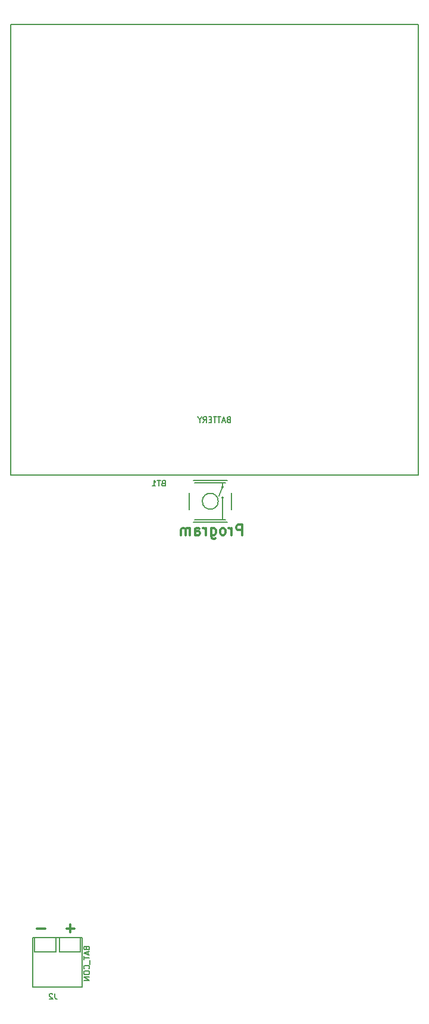
<source format=gbo>
G04 #@! TF.GenerationSoftware,KiCad,Pcbnew,(5.0.1)-4*
G04 #@! TF.CreationDate,2019-01-15T19:26:54-05:00*
G04 #@! TF.ProjectId,CA6,4341362E6B696361645F706362000000,rev?*
G04 #@! TF.SameCoordinates,Original*
G04 #@! TF.FileFunction,Legend,Bot*
G04 #@! TF.FilePolarity,Positive*
%FSLAX46Y46*%
G04 Gerber Fmt 4.6, Leading zero omitted, Abs format (unit mm)*
G04 Created by KiCad (PCBNEW (5.0.1)-4) date 1/15/2019 7:26:54 PM*
%MOMM*%
%LPD*%
G01*
G04 APERTURE LIST*
%ADD10C,0.299720*%
%ADD11C,0.150000*%
%ADD12C,0.149860*%
G04 APERTURE END LIST*
D10*
X80130454Y-114169087D02*
X80130454Y-112667947D01*
X79558591Y-112667947D01*
X79415625Y-112739430D01*
X79344142Y-112810912D01*
X79272660Y-112953878D01*
X79272660Y-113168327D01*
X79344142Y-113311292D01*
X79415625Y-113382775D01*
X79558591Y-113454258D01*
X80130454Y-113454258D01*
X78629314Y-114169087D02*
X78629314Y-113168327D01*
X78629314Y-113454258D02*
X78557831Y-113311292D01*
X78486348Y-113239810D01*
X78343382Y-113168327D01*
X78200417Y-113168327D01*
X77485588Y-114169087D02*
X77628554Y-114097604D01*
X77700037Y-114026121D01*
X77771520Y-113883155D01*
X77771520Y-113454258D01*
X77700037Y-113311292D01*
X77628554Y-113239810D01*
X77485588Y-113168327D01*
X77271140Y-113168327D01*
X77128174Y-113239810D01*
X77056691Y-113311292D01*
X76985208Y-113454258D01*
X76985208Y-113883155D01*
X77056691Y-114026121D01*
X77128174Y-114097604D01*
X77271140Y-114169087D01*
X77485588Y-114169087D01*
X75698517Y-113168327D02*
X75698517Y-114383535D01*
X75770000Y-114526501D01*
X75841482Y-114597984D01*
X75984448Y-114669467D01*
X76198897Y-114669467D01*
X76341862Y-114597984D01*
X75698517Y-114097604D02*
X75841482Y-114169087D01*
X76127414Y-114169087D01*
X76270380Y-114097604D01*
X76341862Y-114026121D01*
X76413345Y-113883155D01*
X76413345Y-113454258D01*
X76341862Y-113311292D01*
X76270380Y-113239810D01*
X76127414Y-113168327D01*
X75841482Y-113168327D01*
X75698517Y-113239810D01*
X74983688Y-114169087D02*
X74983688Y-113168327D01*
X74983688Y-113454258D02*
X74912205Y-113311292D01*
X74840722Y-113239810D01*
X74697757Y-113168327D01*
X74554791Y-113168327D01*
X73411065Y-114169087D02*
X73411065Y-113382775D01*
X73482548Y-113239810D01*
X73625514Y-113168327D01*
X73911445Y-113168327D01*
X74054411Y-113239810D01*
X73411065Y-114097604D02*
X73554031Y-114169087D01*
X73911445Y-114169087D01*
X74054411Y-114097604D01*
X74125894Y-113954638D01*
X74125894Y-113811672D01*
X74054411Y-113668707D01*
X73911445Y-113597224D01*
X73554031Y-113597224D01*
X73411065Y-113525741D01*
X72696237Y-114169087D02*
X72696237Y-113168327D01*
X72696237Y-113311292D02*
X72624754Y-113239810D01*
X72481788Y-113168327D01*
X72267340Y-113168327D01*
X72124374Y-113239810D01*
X72052891Y-113382775D01*
X72052891Y-114169087D01*
X72052891Y-113382775D02*
X71981408Y-113239810D01*
X71838442Y-113168327D01*
X71623994Y-113168327D01*
X71481028Y-113239810D01*
X71409545Y-113382775D01*
X71409545Y-114169087D01*
X56279142Y-170033224D02*
X55118000Y-170033224D01*
X55698571Y-170605087D02*
X55698571Y-169461361D01*
X52070000Y-170033224D02*
X50908857Y-170033224D01*
D11*
G04 #@! TO.C,BT1*
X47200000Y-41660000D02*
X47200000Y-105660000D01*
X47200000Y-105660000D02*
X105200000Y-105660000D01*
X105200000Y-105660000D02*
X105200000Y-41660000D01*
X105200000Y-41660000D02*
X47200000Y-41660000D01*
D12*
G04 #@! TO.C,J2*
X54098000Y-171360000D02*
X54098000Y-173360000D01*
X54098000Y-173360000D02*
X57098000Y-173360000D01*
X57098000Y-173360000D02*
X57098000Y-171360000D01*
X50598000Y-171360000D02*
X50598000Y-173360000D01*
X50598000Y-173360000D02*
X53598000Y-173360000D01*
X53598000Y-173360000D02*
X53598000Y-171360000D01*
X50348000Y-178360000D02*
X57348000Y-178360000D01*
X57348000Y-178360000D02*
X57348000Y-171360000D01*
X57348000Y-171360000D02*
X50348000Y-171360000D01*
X50348000Y-171360000D02*
X50348000Y-178360000D01*
G04 #@! TO.C,SW4*
X77790000Y-111950000D02*
X73390000Y-111950000D01*
X77790000Y-106750000D02*
X73390000Y-106750000D01*
X76721371Y-109350000D02*
G75*
G03X76721371Y-109350000I-1131371J0D01*
G01*
X72590000Y-110550000D02*
X72590000Y-108150000D01*
X77990000Y-112350000D02*
X73190000Y-112350000D01*
X78590000Y-108150000D02*
X78590000Y-110550000D01*
X73190000Y-106350000D02*
X77990000Y-106350000D01*
X77443592Y-107318000D02*
G75*
G03X77443592Y-107318000I-113592J0D01*
G01*
X77473684Y-108842000D02*
G75*
G03X77473684Y-108842000I-143684J0D01*
G01*
X77330000Y-107318000D02*
X76822000Y-108588000D01*
X77330000Y-106810000D02*
X77330000Y-107318000D01*
X77330000Y-111890000D02*
X77330000Y-108842000D01*
G04 #@! TO.C,BT1*
D11*
X68908571Y-106772857D02*
X68794285Y-106810952D01*
X68756190Y-106849047D01*
X68718095Y-106925238D01*
X68718095Y-107039523D01*
X68756190Y-107115714D01*
X68794285Y-107153809D01*
X68870476Y-107191904D01*
X69175238Y-107191904D01*
X69175238Y-106391904D01*
X68908571Y-106391904D01*
X68832380Y-106430000D01*
X68794285Y-106468095D01*
X68756190Y-106544285D01*
X68756190Y-106620476D01*
X68794285Y-106696666D01*
X68832380Y-106734761D01*
X68908571Y-106772857D01*
X69175238Y-106772857D01*
X68489523Y-106391904D02*
X68032380Y-106391904D01*
X68260952Y-107191904D02*
X68260952Y-106391904D01*
X67346666Y-107191904D02*
X67803809Y-107191904D01*
X67575238Y-107191904D02*
X67575238Y-106391904D01*
X67651428Y-106506190D01*
X67727619Y-106582380D01*
X67803809Y-106620476D01*
X78200000Y-97732857D02*
X78085714Y-97770952D01*
X78047619Y-97809047D01*
X78009523Y-97885238D01*
X78009523Y-97999523D01*
X78047619Y-98075714D01*
X78085714Y-98113809D01*
X78161904Y-98151904D01*
X78466666Y-98151904D01*
X78466666Y-97351904D01*
X78200000Y-97351904D01*
X78123809Y-97390000D01*
X78085714Y-97428095D01*
X78047619Y-97504285D01*
X78047619Y-97580476D01*
X78085714Y-97656666D01*
X78123809Y-97694761D01*
X78200000Y-97732857D01*
X78466666Y-97732857D01*
X77704761Y-97923333D02*
X77323809Y-97923333D01*
X77780952Y-98151904D02*
X77514285Y-97351904D01*
X77247619Y-98151904D01*
X77095238Y-97351904D02*
X76638095Y-97351904D01*
X76866666Y-98151904D02*
X76866666Y-97351904D01*
X76485714Y-97351904D02*
X76028571Y-97351904D01*
X76257142Y-98151904D02*
X76257142Y-97351904D01*
X75761904Y-97732857D02*
X75495238Y-97732857D01*
X75380952Y-98151904D02*
X75761904Y-98151904D01*
X75761904Y-97351904D01*
X75380952Y-97351904D01*
X74580952Y-98151904D02*
X74847619Y-97770952D01*
X75038095Y-98151904D02*
X75038095Y-97351904D01*
X74733333Y-97351904D01*
X74657142Y-97390000D01*
X74619047Y-97428095D01*
X74580952Y-97504285D01*
X74580952Y-97618571D01*
X74619047Y-97694761D01*
X74657142Y-97732857D01*
X74733333Y-97770952D01*
X75038095Y-97770952D01*
X74085714Y-97770952D02*
X74085714Y-98151904D01*
X74352380Y-97351904D02*
X74085714Y-97770952D01*
X73819047Y-97351904D01*
G04 #@! TO.C,J2*
X53479666Y-179266904D02*
X53479666Y-179838333D01*
X53517761Y-179952619D01*
X53593952Y-180028809D01*
X53708238Y-180066904D01*
X53784428Y-180066904D01*
X53136809Y-179343095D02*
X53098714Y-179305000D01*
X53022523Y-179266904D01*
X52832047Y-179266904D01*
X52755857Y-179305000D01*
X52717761Y-179343095D01*
X52679666Y-179419285D01*
X52679666Y-179495476D01*
X52717761Y-179609761D01*
X53174904Y-180066904D01*
X52679666Y-180066904D01*
X57981857Y-172872666D02*
X58019952Y-172986952D01*
X58058047Y-173025047D01*
X58134238Y-173063142D01*
X58248523Y-173063142D01*
X58324714Y-173025047D01*
X58362809Y-172986952D01*
X58400904Y-172910761D01*
X58400904Y-172606000D01*
X57600904Y-172606000D01*
X57600904Y-172872666D01*
X57639000Y-172948857D01*
X57677095Y-172986952D01*
X57753285Y-173025047D01*
X57829476Y-173025047D01*
X57905666Y-172986952D01*
X57943761Y-172948857D01*
X57981857Y-172872666D01*
X57981857Y-172606000D01*
X58172333Y-173367904D02*
X58172333Y-173748857D01*
X58400904Y-173291714D02*
X57600904Y-173558380D01*
X58400904Y-173825047D01*
X57600904Y-173977428D02*
X57600904Y-174434571D01*
X58400904Y-174206000D02*
X57600904Y-174206000D01*
X58477095Y-174510761D02*
X58477095Y-175120285D01*
X58324714Y-175767904D02*
X58362809Y-175729809D01*
X58400904Y-175615523D01*
X58400904Y-175539333D01*
X58362809Y-175425047D01*
X58286619Y-175348857D01*
X58210428Y-175310761D01*
X58058047Y-175272666D01*
X57943761Y-175272666D01*
X57791380Y-175310761D01*
X57715190Y-175348857D01*
X57639000Y-175425047D01*
X57600904Y-175539333D01*
X57600904Y-175615523D01*
X57639000Y-175729809D01*
X57677095Y-175767904D01*
X57600904Y-176263142D02*
X57600904Y-176415523D01*
X57639000Y-176491714D01*
X57715190Y-176567904D01*
X57867571Y-176606000D01*
X58134238Y-176606000D01*
X58286619Y-176567904D01*
X58362809Y-176491714D01*
X58400904Y-176415523D01*
X58400904Y-176263142D01*
X58362809Y-176186952D01*
X58286619Y-176110761D01*
X58134238Y-176072666D01*
X57867571Y-176072666D01*
X57715190Y-176110761D01*
X57639000Y-176186952D01*
X57600904Y-176263142D01*
X58400904Y-176948857D02*
X57600904Y-176948857D01*
X58400904Y-177406000D01*
X57600904Y-177406000D01*
G04 #@! TD*
M02*

</source>
